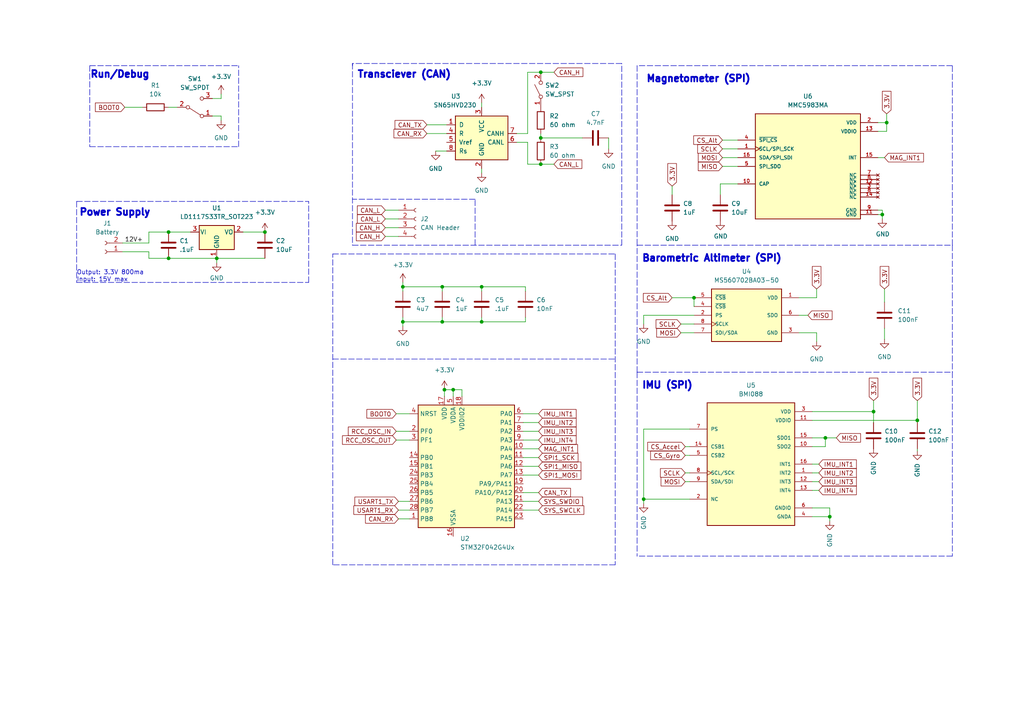
<source format=kicad_sch>
(kicad_sch (version 20211123) (generator eeschema)
  (paper "A4")
  (lib_symbols
    (symbol "BMI088:BMI088" (pin_names (offset 1.016))
      (property "Reference" "U" (at -12.7 18.415 0))
      (property "Value" "BMI088" (at -12.7 -20.32 0))
      (symbol "BMI088_0_0"
        (rectangle (start -12.7 -17.78) (end 12.7 17.78) (stroke (width 0.254)) (fill (type background)))
        (pin bidirectional line (at 17.78 -2.54 180) (length 5.08) (name "INT2") (number "1"))
        (pin output line (at 17.78 5.08 180) (length 5.08) (name "SDO2") (number "10"))
        (pin power_in line (at 17.78 12.7 180) (length 5.08) (name "VDDIO") (number "11"))
        (pin bidirectional line (at 17.78 -5.08 180) (length 5.08) (name "INT3") (number "12"))
        (pin bidirectional line (at 17.78 -7.62 180) (length 5.08) (name "INT4") (number "13"))
        (pin input line (at -17.78 5.08 0) (length 5.08) (name "CSB1") (number "14"))
        (pin output line (at 17.78 7.62 180) (length 5.08) (name "SDO1") (number "15"))
        (pin bidirectional line (at 17.78 0 180) (length 5.08) (name "INT1") (number "16"))
        (pin passive line (at -17.78 -10.16 0) (length 5.08) (name "NC") (number "2"))
        (pin power_in line (at 17.78 15.24 180) (length 5.08) (name "VDD") (number "3"))
        (pin power_in line (at 17.78 -15.24 180) (length 5.08) (name "GNDA") (number "4"))
        (pin input line (at -17.78 2.54 0) (length 5.08) (name "CSB2") (number "5"))
        (pin power_in line (at 17.78 -12.7 180) (length 5.08) (name "GNDIO") (number "6"))
        (pin input line (at -17.78 10.16 0) (length 5.08) (name "PS") (number "7"))
        (pin input clock (at -17.78 -2.54 0) (length 5.08) (name "SCL/SCK") (number "8"))
        (pin bidirectional line (at -17.78 -5.08 0) (length 5.08) (name "SDA/SDI") (number "9"))
      )
    )
    (symbol "Connector:Conn_01x02_Female" (pin_names (offset 1.016) hide)
      (property "Reference" "J" (at 0 2.54 0))
      (property "Value" "Conn_01x02_Female" (at 0 -5.08 0))
      (symbol "Conn_01x02_Female_1_1"
        (arc (start 0 -2.032) (mid -0.508 -2.54) (end 0 -3.048) (stroke (width 0.1524)))
        (polyline (pts (xy -1.27 -2.54) (xy -0.508 -2.54)) (stroke (width 0.1524)))
        (polyline (pts (xy -1.27 0) (xy -0.508 0)) (stroke (width 0.1524)))
        (arc (start 0 0.508) (mid -0.508 0) (end 0 -0.508) (stroke (width 0.1524)))
        (pin passive line (at -5.08 0 0) (length 3.81) (name "Pin_1") (number "1"))
        (pin passive line (at -5.08 -2.54 0) (length 3.81) (name "Pin_2") (number "2"))
      )
    )
    (symbol "Connector:Conn_01x04_Female" (pin_names (offset 1.016) hide)
      (property "Reference" "J" (at 0 5.08 0))
      (property "Value" "Conn_01x04_Female" (at 0 -7.62 0))
      (symbol "Conn_01x04_Female_1_1"
        (arc (start 0 -4.572) (mid -0.508 -5.08) (end 0 -5.588) (stroke (width 0.1524)))
        (arc (start 0 -2.032) (mid -0.508 -2.54) (end 0 -3.048) (stroke (width 0.1524)))
        (polyline (pts (xy -1.27 -5.08) (xy -0.508 -5.08)) (stroke (width 0.1524)))
        (polyline (pts (xy -1.27 -2.54) (xy -0.508 -2.54)) (stroke (width 0.1524)))
        (polyline (pts (xy -1.27 0) (xy -0.508 0)) (stroke (width 0.1524)))
        (polyline (pts (xy -1.27 2.54) (xy -0.508 2.54)) (stroke (width 0.1524)))
        (arc (start 0 0.508) (mid -0.508 0) (end 0 -0.508) (stroke (width 0.1524)))
        (arc (start 0 3.048) (mid -0.508 2.54) (end 0 2.032) (stroke (width 0.1524)))
        (pin passive line (at -5.08 2.54 0) (length 3.81) (name "Pin_1") (number "1"))
        (pin passive line (at -5.08 0 0) (length 3.81) (name "Pin_2") (number "2"))
        (pin passive line (at -5.08 -2.54 0) (length 3.81) (name "Pin_3") (number "3"))
        (pin passive line (at -5.08 -5.08 0) (length 3.81) (name "Pin_4") (number "4"))
      )
    )
    (symbol "Device:C" (pin_numbers hide) (pin_names (offset 0.254))
      (property "Reference" "C" (at 0.635 2.54 0))
      (property "Value" "C" (at 0.635 -2.54 0))
      (symbol "C_0_1"
        (polyline (pts (xy -2.032 -0.762) (xy 2.032 -0.762)) (stroke (width 0.508)))
        (polyline (pts (xy -2.032 0.762) (xy 2.032 0.762)) (stroke (width 0.508)))
      )
      (symbol "C_1_1"
        (pin passive line (at 0 3.81 270) (length 2.794) (name "~") (number "1"))
        (pin passive line (at 0 -3.81 90) (length 2.794) (name "~") (number "2"))
      )
    )
    (symbol "Device:R" (pin_numbers hide) (pin_names (offset 0))
      (property "Reference" "R" (at 2.032 0 90))
      (property "Value" "R" (at 0 0 90))
      (symbol "R_0_1"
        (rectangle (start -1.016 -2.54) (end 1.016 2.54) (stroke (width 0.254)))
      )
      (symbol "R_1_1"
        (pin passive line (at 0 3.81 270) (length 1.27) (name "~") (number "1"))
        (pin passive line (at 0 -3.81 90) (length 1.27) (name "~") (number "2"))
      )
    )
    (symbol "Interface_CAN_LIN:SN65HVD230" (pin_names (offset 1.016))
      (property "Reference" "U" (at -2.54 10.16 0))
      (property "Value" "SN65HVD230" (at -2.54 7.62 0))
      (symbol "SN65HVD230_0_1"
        (rectangle (start -7.62 5.08) (end 7.62 -7.62) (stroke (width 0.254)) (fill (type background)))
      )
      (symbol "SN65HVD230_1_1"
        (pin input line (at -10.16 2.54 0) (length 2.54) (name "D") (number "1"))
        (pin power_in line (at 0 -10.16 90) (length 2.54) (name "GND") (number "2"))
        (pin power_in line (at 0 7.62 270) (length 2.54) (name "VCC") (number "3"))
        (pin output line (at -10.16 0 0) (length 2.54) (name "R") (number "4"))
        (pin output line (at -10.16 -2.54 0) (length 2.54) (name "Vref") (number "5"))
        (pin bidirectional line (at 10.16 -2.54 180) (length 2.54) (name "CANL") (number "6"))
        (pin bidirectional line (at 10.16 0 180) (length 2.54) (name "CANH") (number "7"))
        (pin input line (at -10.16 -5.08 0) (length 2.54) (name "Rs") (number "8"))
      )
    )
    (symbol "MCU_ST_STM32F0:STM32F042G4Ux"
      (property "Reference" "U" (at -15.24 19.05 0))
      (property "Value" "STM32F042G4Ux" (at 0 19.05 0))
      (symbol "STM32F042G4Ux_0_1"
        (rectangle (start -15.24 -17.78) (end 12.7 17.78) (stroke (width 0.254)) (fill (type background)))
      )
      (symbol "STM32F042G4Ux_1_1"
        (pin bidirectional line (at -17.78 -15.24 0) (length 2.54) (name "PB8") (number "1"))
        (pin bidirectional line (at 15.24 5.08 180) (length 2.54) (name "PA4") (number "10"))
        (pin bidirectional line (at 15.24 2.54 180) (length 2.54) (name "PA5") (number "11"))
        (pin bidirectional line (at 15.24 0 180) (length 2.54) (name "PA6") (number "12"))
        (pin bidirectional line (at 15.24 -2.54 180) (length 2.54) (name "PA7") (number "13"))
        (pin bidirectional line (at -17.78 2.54 0) (length 2.54) (name "PB0") (number "14"))
        (pin bidirectional line (at -17.78 0 0) (length 2.54) (name "PB1") (number "15"))
        (pin power_in line (at -5.08 -20.32 90) (length 2.54) (name "VSSA") (number "16"))
        (pin power_in line (at -7.62 20.32 270) (length 2.54) (name "VDD") (number "17"))
        (pin power_in line (at -2.54 20.32 270) (length 2.54) (name "VDDIO2") (number "18"))
        (pin bidirectional line (at 15.24 -5.08 180) (length 2.54) (name "PA9/PA11") (number "19"))
        (pin input line (at -17.78 10.16 0) (length 2.54) (name "PF0") (number "2"))
        (pin bidirectional line (at 15.24 -7.62 180) (length 2.54) (name "PA10/PA12") (number "20"))
        (pin bidirectional line (at 15.24 -10.16 180) (length 2.54) (name "PA13") (number "21"))
        (pin bidirectional line (at 15.24 -12.7 180) (length 2.54) (name "PA14") (number "22"))
        (pin bidirectional line (at 15.24 -15.24 180) (length 2.54) (name "PA15") (number "23"))
        (pin bidirectional line (at -17.78 -2.54 0) (length 2.54) (name "PB3") (number "24"))
        (pin bidirectional line (at -17.78 -5.08 0) (length 2.54) (name "PB4") (number "25"))
        (pin bidirectional line (at -17.78 -7.62 0) (length 2.54) (name "PB5") (number "26"))
        (pin bidirectional line (at -17.78 -10.16 0) (length 2.54) (name "PB6") (number "27"))
        (pin bidirectional line (at -17.78 -12.7 0) (length 2.54) (name "PB7") (number "28"))
        (pin input line (at -17.78 7.62 0) (length 2.54) (name "PF1") (number "3"))
        (pin input line (at -17.78 15.24 0) (length 2.54) (name "NRST") (number "4"))
        (pin power_in line (at -5.08 20.32 270) (length 2.54) (name "VDDA") (number "5"))
        (pin bidirectional line (at 15.24 15.24 180) (length 2.54) (name "PA0") (number "6"))
        (pin bidirectional line (at 15.24 12.7 180) (length 2.54) (name "PA1") (number "7"))
        (pin bidirectional line (at 15.24 10.16 180) (length 2.54) (name "PA2") (number "8"))
        (pin bidirectional line (at 15.24 7.62 180) (length 2.54) (name "PA3") (number "9"))
      )
    )
    (symbol "MMC5983MA:MMC5983MA" (pin_names (offset 1.016))
      (property "Reference" "U?" (at 0 20.32 0))
      (property "Value" "MMC5983MA" (at 0 17.78 0))
      (symbol "MMC5983MA_0_0"
        (rectangle (start -15.24 -15.24) (end 15.24 15.24) (stroke (width 0.254)) (fill (type background)))
        (pin input clock (at -20.32 5.08 0) (length 5.08) (name "SCL/SPI_SCK") (number "1"))
        (pin passive line (at -20.32 -5.08 0) (length 5.08) (name "CAP") (number "10"))
        (pin power_in line (at 20.32 -13.97 180) (length 5.08) (name "GND") (number "11"))
        (pin no_connect line (at 20.32 -5.08 180) (length 5.08) (name "NC") (number "12"))
        (pin power_in line (at 20.32 10.16 180) (length 5.08) (name "VDDIO") (number "13"))
        (pin no_connect line (at 20.32 -8.89 180) (length 5.08) (name "NC") (number "14"))
        (pin output line (at 20.32 2.54 180) (length 5.08) (name "INT") (number "15"))
        (pin bidirectional line (at -20.32 2.54 0) (length 5.08) (name "SDA/SPI_SDI") (number "16"))
        (pin power_in line (at 20.32 12.7 180) (length 5.08) (name "VDD") (number "2"))
        (pin no_connect line (at 20.32 -6.35 180) (length 5.08) (name "NC") (number "3"))
        (pin input line (at -20.32 7.62 0) (length 5.08) (name "~{SPI_CS}") (number "4"))
        (pin output line (at -20.32 0 0) (length 5.08) (name "SPI_SDO") (number "5"))
        (pin no_connect line (at 20.32 -3.81 180) (length 5.08) (name "NC") (number "6"))
        (pin no_connect line (at 20.32 -2.54 180) (length 5.08) (name "NC") (number "7"))
        (pin no_connect line (at 20.32 -7.62 180) (length 5.08) (name "NC") (number "8"))
        (pin power_in line (at 20.32 -12.7 180) (length 5.08) (name "GND") (number "9"))
      )
    )
    (symbol "MS5607-02BA03:MS560702BA03-50" (pin_names (offset 1.016))
      (property "Reference" "U?" (at 0 12.7 0))
      (property "Value" "MS560702BA03-50" (at 0 10.16 0))
      (symbol "MS560702BA03-50_0_0"
        (rectangle (start -10.16 -7.62) (end 10.16 7.62) (stroke (width 0.254)) (fill (type background)))
        (pin power_in line (at 15.24 5.08 180) (length 5.08) (name "VDD") (number "1"))
        (pin input line (at -15.24 0 0) (length 5.08) (name "PS") (number "2"))
        (pin power_in line (at 15.24 -5.08 180) (length 5.08) (name "GND") (number "3"))
        (pin input line (at -15.24 2.54 0) (length 5.08) (name "~{CSB}") (number "4"))
        (pin input line (at -15.24 5.08 0) (length 5.08) (name "~{CSB}") (number "5"))
        (pin output line (at 15.24 0 180) (length 5.08) (name "SDO") (number "6"))
        (pin bidirectional line (at -15.24 -5.08 0) (length 5.08) (name "SDI/SDA") (number "7"))
        (pin input clock (at -15.24 -2.54 0) (length 5.08) (name "SCLK") (number "8"))
      )
    )
    (symbol "Regulator_Linear:LD1117S33TR_SOT223" (pin_names (offset 0.254))
      (property "Reference" "U" (at -3.81 3.175 0))
      (property "Value" "LD1117S33TR_SOT223" (at 0 3.175 0))
      (symbol "LD1117S33TR_SOT223_0_1"
        (rectangle (start -5.08 -5.08) (end 5.08 1.905) (stroke (width 0.254)) (fill (type background)))
      )
      (symbol "LD1117S33TR_SOT223_1_1"
        (pin power_in line (at 0 -7.62 90) (length 2.54) (name "GND") (number "1"))
        (pin power_out line (at 7.62 0 180) (length 2.54) (name "VO") (number "2"))
        (pin power_in line (at -7.62 0 0) (length 2.54) (name "VI") (number "3"))
      )
    )
    (symbol "Switch:SW_SPDT" (pin_names (offset 0) hide)
      (property "Reference" "SW" (at 0 4.318 0))
      (property "Value" "SW_SPDT" (at 0 -5.08 0))
      (symbol "SW_SPDT_0_0"
        (circle (center -2.032 0) (radius 0.508))
        (circle (center 2.032 -2.54) (radius 0.508))
      )
      (symbol "SW_SPDT_0_1"
        (polyline (pts (xy -1.524 0.254) (xy 1.651 2.286)))
        (circle (center 2.032 2.54) (radius 0.508))
      )
      (symbol "SW_SPDT_1_1"
        (pin passive line (at 5.08 2.54 180) (length 2.54) (name "A") (number "1"))
        (pin passive line (at -5.08 0 0) (length 2.54) (name "B") (number "2"))
        (pin passive line (at 5.08 -2.54 180) (length 2.54) (name "C") (number "3"))
      )
    )
    (symbol "Switch:SW_SPST" (pin_names (offset 0) hide)
      (property "Reference" "SW" (at 0 3.175 0))
      (property "Value" "SW_SPST" (at 0 -2.54 0))
      (symbol "SW_SPST_0_0"
        (circle (center -2.032 0) (radius 0.508))
        (polyline (pts (xy -1.524 0.254) (xy 1.524 1.778)))
        (circle (center 2.032 0) (radius 0.508))
      )
      (symbol "SW_SPST_1_1"
        (pin passive line (at -5.08 0 0) (length 2.54) (name "A") (number "1"))
        (pin passive line (at 5.08 0 180) (length 2.54) (name "B") (number "2"))
      )
    )
    (symbol "power:+3.3V" (power) (pin_names (offset 0))
      (property "Value" "+3.3V" (at 0 3.556 0))
      (symbol "+3.3V_0_1"
        (polyline (pts (xy -0.762 1.27) (xy 0 2.54)))
        (polyline (pts (xy 0 0) (xy 0 2.54)))
        (polyline (pts (xy 0 2.54) (xy 0.762 1.27)))
      )
      (symbol "+3.3V_1_1"
        (pin power_in line (at 0 0 90) (length 0) hide (name "+3.3V") (number "1"))
      )
    )
    (symbol "power:GND" (power) (pin_names (offset 0))
      (property "Value" "GND" (at 0 -3.81 0))
      (symbol "GND_0_1"
        (polyline (pts (xy 0 0) (xy 0 -1.27) (xy 1.27 -1.27) (xy 0 -2.54) (xy -1.27 -1.27) (xy 0 -1.27)))
      )
      (symbol "GND_1_1"
        (pin power_in line (at 0 0 270) (length 0) hide (name "GND") (number "1"))
      )
    )
  )
  (junction (at 128.905 113.03))
  (junction (at 131.445 113.03))
  (junction (at 62.865 74.93))
  (junction (at 201.295 86.36))
  (junction (at 116.84 83.185))
  (junction (at 48.895 67.31))
  (junction (at 139.7 93.345))
  (junction (at 186.69 144.78))
  (junction (at 139.7 83.185))
  (junction (at 255.905 62.23))
  (junction (at 128.27 83.185))
  (junction (at 156.845 40.005))
  (junction (at 266.065 121.92))
  (junction (at 76.835 67.31))
  (junction (at 239.395 127))
  (junction (at 156.845 20.955))
  (junction (at 128.27 93.345))
  (junction (at 116.84 93.345))
  (junction (at 48.895 74.93))
  (junction (at 240.665 149.86))
  (junction (at 257.175 35.56))
  (junction (at 156.845 47.625))
  (junction (at 253.365 119.38))
  (wire (pts (xy 62.865 74.93) (xy 76.835 74.93)))
  (wire (pts (xy 153.035 47.625) (xy 156.845 47.625)))
  (polyline (pts (xy 102.235 18.415) (xy 102.235 19.05)))
  (wire (pts (xy 168.91 40.005) (xy 156.845 40.005)))
  (wire (pts (xy 153.035 41.275) (xy 153.035 47.625)))
  (wire (pts (xy 111.76 68.58) (xy 115.57 68.58)))
  (wire (pts (xy 116.84 83.185) (xy 128.27 83.185)))
  (wire (pts (xy 151.765 137.795) (xy 156.21 137.795)))
  (wire (pts (xy 176.53 43.18) (xy 176.53 40.005)))
  (wire (pts (xy 48.895 31.115) (xy 51.435 31.115)))
  (wire (pts (xy 156.845 20.955) (xy 160.655 20.955)))
  (wire (pts (xy 198.755 137.16) (xy 200.025 137.16)))
  (wire (pts (xy 156.21 122.555) (xy 151.765 122.555)))
  (wire (pts (xy 153.035 20.955) (xy 156.845 20.955)))
  (wire (pts (xy 266.065 130.175) (xy 266.065 130.81)))
  (wire (pts (xy 111.76 60.96) (xy 115.57 60.96)))
  (wire (pts (xy 128.27 92.075) (xy 128.27 93.345)))
  (polyline (pts (xy 184.785 107.95) (xy 184.785 71.12)))
  (wire (pts (xy 139.7 29.845) (xy 139.7 31.115)))
  (wire (pts (xy 198.755 132.08) (xy 200.025 132.08)))
  (wire (pts (xy 240.665 147.32) (xy 240.665 149.86)))
  (polyline (pts (xy 276.225 107.95) (xy 276.225 161.29)))
  (wire (pts (xy 266.065 116.205) (xy 266.065 121.92)))
  (wire (pts (xy 235.585 119.38) (xy 253.365 119.38)))
  (wire (pts (xy 201.295 86.36) (xy 194.945 86.36)))
  (polyline (pts (xy 180.34 18.415) (xy 102.235 18.415)))
  (wire (pts (xy 256.54 45.72) (xy 254.635 45.72)))
  (wire (pts (xy 131.445 114.935) (xy 131.445 113.03)))
  (polyline (pts (xy 26.035 19.05) (xy 69.215 19.05)))
  (polyline (pts (xy 184.785 107.95) (xy 276.225 107.95)))
  (wire (pts (xy 114.935 125.095) (xy 118.745 125.095)))
  (wire (pts (xy 235.585 137.16) (xy 237.49 137.16)))
  (wire (pts (xy 116.84 81.915) (xy 116.84 83.185)))
  (wire (pts (xy 198.755 129.54) (xy 200.025 129.54)))
  (wire (pts (xy 186.69 144.78) (xy 200.025 144.78)))
  (polyline (pts (xy 22.225 58.42) (xy 22.225 81.915)))
  (wire (pts (xy 115.57 147.955) (xy 118.745 147.955)))
  (wire (pts (xy 43.18 73.025) (xy 43.18 74.93)))
  (wire (pts (xy 152.4 92.075) (xy 152.4 93.345)))
  (wire (pts (xy 156.845 38.735) (xy 156.845 40.005)))
  (wire (pts (xy 64.135 27.305) (xy 64.135 28.575)))
  (wire (pts (xy 139.7 83.185) (xy 152.4 83.185)))
  (wire (pts (xy 231.775 86.36) (xy 236.855 86.36)))
  (wire (pts (xy 115.57 150.495) (xy 118.745 150.495)))
  (wire (pts (xy 231.775 96.52) (xy 236.855 96.52)))
  (wire (pts (xy 128.27 93.345) (xy 139.7 93.345)))
  (polyline (pts (xy 184.785 19.05) (xy 184.785 71.12)))
  (wire (pts (xy 55.245 67.31) (xy 48.895 67.31)))
  (wire (pts (xy 151.765 130.175) (xy 156.21 130.175)))
  (wire (pts (xy 133.985 113.03) (xy 131.445 113.03)))
  (wire (pts (xy 253.365 116.205) (xy 253.365 119.38)))
  (wire (pts (xy 186.69 91.44) (xy 201.295 91.44)))
  (wire (pts (xy 254.635 60.96) (xy 255.905 60.96)))
  (wire (pts (xy 253.365 122.555) (xy 253.365 119.38)))
  (wire (pts (xy 123.825 38.735) (xy 129.54 38.735)))
  (polyline (pts (xy 69.215 42.545) (xy 69.215 19.05)))
  (wire (pts (xy 235.585 149.86) (xy 240.665 149.86)))
  (wire (pts (xy 149.86 38.735) (xy 153.035 38.735)))
  (polyline (pts (xy 22.225 58.42) (xy 89.535 58.42)))
  (wire (pts (xy 209.55 40.64) (xy 213.995 40.64)))
  (wire (pts (xy 186.69 91.44) (xy 186.69 93.98)))
  (polyline (pts (xy 22.225 81.915) (xy 89.535 81.915)))
  (wire (pts (xy 186.69 146.05) (xy 186.69 144.78)))
  (wire (pts (xy 200.025 124.46) (xy 186.69 124.46)))
  (wire (pts (xy 151.765 145.415) (xy 156.21 145.415)))
  (polyline (pts (xy 137.795 57.785) (xy 102.235 57.785)))
  (wire (pts (xy 266.065 121.92) (xy 266.065 122.555)))
  (wire (pts (xy 43.18 67.31) (xy 48.895 67.31)))
  (wire (pts (xy 111.76 66.04) (xy 115.57 66.04)))
  (wire (pts (xy 139.7 93.345) (xy 152.4 93.345)))
  (wire (pts (xy 239.395 127) (xy 242.57 127)))
  (wire (pts (xy 156.21 120.015) (xy 151.765 120.015)))
  (polyline (pts (xy 89.535 81.915) (xy 89.535 58.42)))
  (polyline (pts (xy 102.235 18.415) (xy 102.235 71.12)))
  (wire (pts (xy 36.195 31.115) (xy 41.275 31.115)))
  (wire (pts (xy 235.585 129.54) (xy 239.395 129.54)))
  (wire (pts (xy 197.485 96.52) (xy 201.295 96.52)))
  (wire (pts (xy 156.21 125.095) (xy 151.765 125.095)))
  (wire (pts (xy 133.985 114.935) (xy 133.985 113.03)))
  (wire (pts (xy 116.84 93.345) (xy 128.27 93.345)))
  (polyline (pts (xy 137.795 71.12) (xy 137.795 57.785)))
  (wire (pts (xy 114.935 127.635) (xy 118.745 127.635)))
  (polyline (pts (xy 184.785 71.12) (xy 276.225 71.12)))
  (wire (pts (xy 234.315 91.44) (xy 231.775 91.44)))
  (wire (pts (xy 197.485 93.98) (xy 201.295 93.98)))
  (wire (pts (xy 156.21 127.635) (xy 151.765 127.635)))
  (wire (pts (xy 235.585 121.92) (xy 266.065 121.92)))
  (wire (pts (xy 126.365 43.815) (xy 129.54 43.815)))
  (wire (pts (xy 35.56 70.485) (xy 43.18 70.485)))
  (wire (pts (xy 235.585 139.7) (xy 237.49 139.7)))
  (wire (pts (xy 213.995 53.34) (xy 208.915 53.34)))
  (wire (pts (xy 151.765 135.255) (xy 156.21 135.255)))
  (wire (pts (xy 111.76 63.5) (xy 115.57 63.5)))
  (polyline (pts (xy 178.435 73.66) (xy 178.435 163.83)))
  (polyline (pts (xy 180.34 71.12) (xy 180.34 18.415)))
  (wire (pts (xy 256.54 95.25) (xy 256.54 98.425)))
  (wire (pts (xy 255.905 62.23) (xy 255.905 63.5)))
  (polyline (pts (xy 276.225 71.12) (xy 276.225 19.05)))
  (wire (pts (xy 131.445 113.03) (xy 128.905 113.03)))
  (wire (pts (xy 114.935 120.015) (xy 118.745 120.015)))
  (polyline (pts (xy 184.785 107.95) (xy 184.785 161.29)))
  (polyline (pts (xy 96.52 104.14) (xy 178.435 104.14)))
  (wire (pts (xy 151.765 132.715) (xy 156.21 132.715)))
  (wire (pts (xy 240.665 149.86) (xy 240.665 151.13)))
  (polyline (pts (xy 276.225 19.05) (xy 184.785 19.05)))
  (wire (pts (xy 156.845 47.625) (xy 160.655 47.625)))
  (polyline (pts (xy 102.235 71.12) (xy 180.34 71.12)))
  (wire (pts (xy 153.035 20.955) (xy 153.035 38.735)))
  (wire (pts (xy 70.485 67.31) (xy 76.835 67.31)))
  (wire (pts (xy 116.84 94.615) (xy 116.84 93.345)))
  (wire (pts (xy 198.755 139.7) (xy 200.025 139.7)))
  (wire (pts (xy 235.585 147.32) (xy 240.665 147.32)))
  (wire (pts (xy 254.635 62.23) (xy 255.905 62.23)))
  (wire (pts (xy 208.915 53.34) (xy 208.915 56.515)))
  (wire (pts (xy 236.855 83.82) (xy 236.855 86.36)))
  (wire (pts (xy 139.7 50.165) (xy 139.7 48.895)))
  (wire (pts (xy 116.84 84.455) (xy 116.84 83.185)))
  (wire (pts (xy 151.765 142.875) (xy 156.21 142.875)))
  (wire (pts (xy 139.7 92.075) (xy 139.7 93.345)))
  (wire (pts (xy 115.57 145.415) (xy 118.745 145.415)))
  (wire (pts (xy 235.585 127) (xy 239.395 127)))
  (wire (pts (xy 62.865 76.2) (xy 62.865 74.93)))
  (wire (pts (xy 128.905 113.03) (xy 128.905 114.935)))
  (wire (pts (xy 43.18 70.485) (xy 43.18 67.31)))
  (wire (pts (xy 209.55 45.72) (xy 213.995 45.72)))
  (polyline (pts (xy 26.035 42.545) (xy 69.215 42.545)))
  (polyline (pts (xy 276.225 71.12) (xy 276.225 107.95)))
  (wire (pts (xy 209.55 43.18) (xy 213.995 43.18)))
  (wire (pts (xy 139.7 83.185) (xy 139.7 84.455)))
  (polyline (pts (xy 26.035 19.05) (xy 26.035 42.545)))
  (wire (pts (xy 239.395 127) (xy 239.395 129.54)))
  (wire (pts (xy 194.945 53.975) (xy 194.945 56.515)))
  (wire (pts (xy 151.765 147.955) (xy 156.21 147.955)))
  (wire (pts (xy 254.635 35.56) (xy 257.175 35.56)))
  (wire (pts (xy 128.27 83.185) (xy 139.7 83.185)))
  (wire (pts (xy 61.595 33.655) (xy 64.135 33.655)))
  (wire (pts (xy 236.855 96.52) (xy 236.855 99.06)))
  (wire (pts (xy 235.585 134.62) (xy 237.49 134.62)))
  (wire (pts (xy 254.635 38.1) (xy 257.175 38.1)))
  (wire (pts (xy 256.54 83.82) (xy 256.54 87.63)))
  (wire (pts (xy 235.585 142.24) (xy 237.49 142.24)))
  (wire (pts (xy 257.175 35.56) (xy 257.175 38.1)))
  (wire (pts (xy 201.295 86.36) (xy 201.295 88.9)))
  (wire (pts (xy 43.18 74.93) (xy 48.895 74.93)))
  (polyline (pts (xy 276.225 161.29) (xy 184.785 161.29)))
  (wire (pts (xy 257.175 33.02) (xy 257.175 35.56)))
  (wire (pts (xy 152.4 83.185) (xy 152.4 84.455)))
  (wire (pts (xy 123.825 36.195) (xy 129.54 36.195)))
  (polyline (pts (xy 178.435 163.83) (xy 96.52 163.83)))
  (wire (pts (xy 64.135 33.655) (xy 64.135 34.925)))
  (wire (pts (xy 35.56 73.025) (xy 43.18 73.025)))
  (wire (pts (xy 48.895 74.93) (xy 62.865 74.93)))
  (wire (pts (xy 128.27 83.185) (xy 128.27 84.455)))
  (wire (pts (xy 64.135 28.575) (xy 61.595 28.575)))
  (wire (pts (xy 209.55 48.26) (xy 213.995 48.26)))
  (polyline (pts (xy 96.52 73.66) (xy 178.435 73.66)))
  (wire (pts (xy 255.905 60.96) (xy 255.905 62.23)))
  (wire (pts (xy 149.86 41.275) (xy 153.035 41.275)))
  (polyline (pts (xy 96.52 163.83) (xy 96.52 73.66)))
  (wire (pts (xy 186.69 124.46) (xy 186.69 144.78)))
  (wire (pts (xy 116.84 92.075) (xy 116.84 93.345)))
  (text "Output: 3.3V 800ma \nInput: 15V max\n" (at 22.225 81.915 0) (effects (font (size 1.27 1.27)) (justify left bottom)))
  (text "Magnetometer (SPI)\n" (at 187.325 24.13 0) (effects (font (size 2 2) (thickness 0.6) bold) (justify left bottom)))
  (text "Run/Debug\n" (at 26.035 22.86 0) (effects (font (size 2 2) (thickness 0.6) bold) (justify left bottom)))
  (text "Power Supply" (at 22.86 62.865 0) (effects (font (size 2 2) (thickness 0.6) bold) (justify left bottom)))
  (text "Transciever (CAN)\n" (at 103.505 22.86 0) (effects (font (size 2 2) (thickness 0.6) bold) (justify left bottom)))
  (text "Barometric Altimeter (SPI)\n" (at 186.055 76.2 0) (effects (font (size 2 2) (thickness 0.6) bold) (justify left bottom)))
  (text "IMU (SPI)\n" (at 186.055 113.03 0) (effects (font (size 2 2) (thickness 0.6) bold) (justify left bottom)))
  (label "12V+" (at 36.195 70.485 0))
  (global_label "MISO" (shape input) (at 234.315 91.44 0) (property "Intersheet References" "${INTERSHEET_REFS}" (effects hide)))
  (global_label "IMU_INT4" (shape input) (at 237.49 142.24 0) (property "Intersheet References" "${INTERSHEET_REFS}" (effects hide)))
  (global_label "SPI1_MOSI" (shape input) (at 156.21 137.795 0) (property "Intersheet References" "${INTERSHEET_REFS}" (effects hide)))
  (global_label "USART1_TX" (shape input) (at 115.57 145.415 180) (property "Intersheet References" "${INTERSHEET_REFS}" (effects hide)))
  (global_label "SCLK" (shape input) (at 197.485 93.98 180) (property "Intersheet References" "${INTERSHEET_REFS}" (effects hide)))
  (global_label "IMU_INT3" (shape input) (at 237.49 139.7 0) (property "Intersheet References" "${INTERSHEET_REFS}" (effects hide)))
  (global_label "3.3V" (shape input) (at 256.54 83.82 90) (property "Intersheet References" "${INTERSHEET_REFS}" (effects hide)))
  (global_label "3.3V" (shape input) (at 266.065 116.205 90) (property "Intersheet References" "${INTERSHEET_REFS}" (effects hide)))
  (global_label "CAN_H" (shape input) (at 111.76 66.04 180) (property "Intersheet References" "${INTERSHEET_REFS}" (effects hide)))
  (global_label "SCLK" (shape input) (at 209.55 43.18 180) (property "Intersheet References" "${INTERSHEET_REFS}" (effects hide)))
  (global_label "SYS_SWDIO" (shape input) (at 156.21 145.415 0) (property "Intersheet References" "${INTERSHEET_REFS}" (effects hide)))
  (global_label "IMU_INT2" (shape input) (at 156.21 122.555 0) (property "Intersheet References" "${INTERSHEET_REFS}" (effects hide)))
  (global_label "MAG_INT1" (shape input) (at 156.21 130.175 0) (property "Intersheet References" "${INTERSHEET_REFS}" (effects hide)))
  (global_label "IMU_INT3" (shape input) (at 156.21 125.095 0) (property "Intersheet References" "${INTERSHEET_REFS}" (effects hide)))
  (global_label "RCC_OSC_OUT" (shape input) (at 114.935 127.635 180) (property "Intersheet References" "${INTERSHEET_REFS}" (effects hide)))
  (global_label "MOSI" (shape input) (at 209.55 45.72 180) (property "Intersheet References" "${INTERSHEET_REFS}" (effects hide)))
  (global_label "MISO" (shape input) (at 209.55 48.26 180) (property "Intersheet References" "${INTERSHEET_REFS}" (effects hide)))
  (global_label "IMU_INT2" (shape input) (at 237.49 137.16 0) (property "Intersheet References" "${INTERSHEET_REFS}" (effects hide)))
  (global_label "IMU_INT1" (shape input) (at 237.49 134.62 0) (property "Intersheet References" "${INTERSHEET_REFS}" (effects hide)))
  (global_label "CAN_L" (shape input) (at 160.655 47.625 0) (property "Intersheet References" "${INTERSHEET_REFS}" (effects hide)))
  (global_label "CAN_RX" (shape input) (at 115.57 150.495 180) (property "Intersheet References" "${INTERSHEET_REFS}" (effects hide)))
  (global_label "CAN_L" (shape input) (at 111.76 63.5 180) (property "Intersheet References" "${INTERSHEET_REFS}" (effects hide)))
  (global_label "CAN_RX" (shape input) (at 123.825 38.735 180) (property "Intersheet References" "${INTERSHEET_REFS}" (effects hide)))
  (global_label "IMU_INT1" (shape input) (at 156.21 120.015 0) (property "Intersheet References" "${INTERSHEET_REFS}" (effects hide)))
  (global_label "SPI1_MISO" (shape input) (at 156.21 135.255 0) (property "Intersheet References" "${INTERSHEET_REFS}" (effects hide)))
  (global_label "CS_Gyro" (shape input) (at 198.755 132.08 180) (property "Intersheet References" "${INTERSHEET_REFS}" (effects hide)))
  (global_label "3.3V" (shape input) (at 253.365 116.205 90) (property "Intersheet References" "${INTERSHEET_REFS}" (effects hide)))
  (global_label "CAN_H" (shape input) (at 160.655 20.955 0) (property "Intersheet References" "${INTERSHEET_REFS}" (effects hide)))
  (global_label "CAN_TX" (shape input) (at 123.825 36.195 180) (property "Intersheet References" "${INTERSHEET_REFS}" (effects hide)))
  (global_label "CAN_L" (shape input) (at 111.76 60.96 180) (property "Intersheet References" "${INTERSHEET_REFS}" (effects hide)))
  (global_label "CS_Alt" (shape input) (at 194.945 86.36 180) (property "Intersheet References" "${INTERSHEET_REFS}" (effects hide)))
  (global_label "RCC_OSC_IN" (shape input) (at 114.935 125.095 180) (property "Intersheet References" "${INTERSHEET_REFS}" (effects hide)))
  (global_label "MOSI" (shape input) (at 197.485 96.52 180) (property "Intersheet References" "${INTERSHEET_REFS}" (effects hide)))
  (global_label "3.3V" (shape input) (at 236.855 83.82 90) (property "Intersheet References" "${INTERSHEET_REFS}" (effects hide)))
  (global_label "3.3V" (shape input) (at 257.175 33.02 90) (property "Intersheet References" "${INTERSHEET_REFS}" (effects hide)))
  (global_label "BOOT0" (shape input) (at 36.195 31.115 180) (property "Intersheet References" "${INTERSHEET_REFS}" (effects hide)))
  (global_label "MAG_INT1" (shape input) (at 256.54 45.72 0) (property "Intersheet References" "${INTERSHEET_REFS}" (effects hide)))
  (global_label "SCLK" (shape input) (at 198.755 137.16 180) (property "Intersheet References" "${INTERSHEET_REFS}" (effects hide)))
  (global_label "CAN_H" (shape input) (at 111.76 68.58 180) (property "Intersheet References" "${INTERSHEET_REFS}" (effects hide)))
  (global_label "USART1_RX" (shape input) (at 115.57 147.955 180) (property "Intersheet References" "${INTERSHEET_REFS}" (effects hide)))
  (global_label "SPI1_SCK" (shape input) (at 156.21 132.715 0) (property "Intersheet References" "${INTERSHEET_REFS}" (effects hide)))
  (global_label "CS_Accel" (shape input) (at 198.755 129.54 180) (property "Intersheet References" "${INTERSHEET_REFS}" (effects hide)))
  (global_label "MISO" (shape input) (at 242.57 127 0) (property "Intersheet References" "${INTERSHEET_REFS}" (effects hide)))
  (global_label "MOSI" (shape input) (at 198.755 139.7 180) (property "Intersheet References" "${INTERSHEET_REFS}" (effects hide)))
  (global_label "IMU_INT4" (shape input) (at 156.21 127.635 0) (property "Intersheet References" "${INTERSHEET_REFS}" (effects hide)))
  (global_label "BOOT0" (shape input) (at 114.935 120.015 180) (property "Intersheet References" "${INTERSHEET_REFS}" (effects hide)))
  (global_label "SYS_SWCLK" (shape input) (at 156.21 147.955 0) (property "Intersheet References" "${INTERSHEET_REFS}" (effects hide)))
  (global_label "CAN_TX" (shape input) (at 156.21 142.875 0) (property "Intersheet References" "${INTERSHEET_REFS}" (effects hide)))
  (global_label "CS_Alt" (shape input) (at 209.55 40.64 180) (property "Intersheet References" "${INTERSHEET_REFS}" (effects hide)))
  (global_label "3.3V" (shape input) (at 194.945 53.975 90) (property "Intersheet References" "${INTERSHEET_REFS}" (effects hide)))
  (symbol (lib_id "power:GND") (at 256.54 98.425 0) (unit 1)
    (property "Reference" "#PWR020" (effects hide))
    (property "Value" "GND" (at 256.54 103.505 0))
  )
  (symbol (lib_id "power:GND") (at 240.665 151.13 0) (unit 1)
    (property "Reference" "#PWR017" (effects hide))
    (property "Value" "GND" (at 240.665 158.75 90) (effects (justify left)))
  )
  (symbol (lib_id "power:+3.3V") (at 139.7 29.845 0) (unit 1)
    (property "Reference" "#PWR09" (effects hide))
    (property "Value" "+3.3V" (at 139.7 24.13 0))
  )
  (symbol (lib_id "Regulator_Linear:LD1117S33TR_SOT223") (at 62.865 67.31 0) (unit 1)
    (property "Reference" "U1" (at 62.865 60.325 0))
    (property "Value" "LD1117S33TR_SOT223" (at 62.865 62.865 0))
    (property "Footprint" "Package_TO_SOT_SMD:SOT-223-3_TabPin2" (effects hide))
    (property "Datasheet" "http://www.st.com/st-web-ui/static/active/en/resource/technical/document/datasheet/CD00000544.pdf" (effects hide))
  )
  (symbol (lib_id "power:GND") (at 186.69 93.98 0) (unit 1)
    (property "Reference" "#PWR012" (effects hide))
    (property "Value" "GND" (at 186.69 99.06 0))
  )
  (symbol (lib_id "Device:C") (at 194.945 60.325 0) (unit 1)
    (property "Reference" "C8" (at 198.12 59.0549 0) (effects (justify left)))
    (property "Value" "1uF" (at 198.12 61.5949 0) (effects (justify left)))
    (property "Footprint" "Capacitor_SMD:C_0402_1005Metric" (effects hide))
  )
  (symbol (lib_id "Device:C") (at 128.27 88.265 0) (unit 1)
    (property "Reference" "C4" (at 132.08 86.9949 0) (effects (justify left)))
    (property "Value" "1uF" (at 132.08 89.5349 0) (effects (justify left)))
    (property "Footprint" "Capacitor_SMD:C_0402_1005Metric" (effects hide))
  )
  (symbol (lib_id "power:GND") (at 126.365 43.815 0) (unit 1)
    (property "Reference" "#PWR07" (effects hide))
    (property "Value" "GND" (at 126.365 48.895 0))
  )
  (symbol (lib_id "power:+3.3V") (at 116.84 81.915 0) (unit 1)
    (property "Reference" "#PWR05" (effects hide))
    (property "Value" "+3.3V" (at 116.84 76.835 0))
  )
  (symbol (lib_id "Device:C") (at 172.72 40.005 90) (unit 1)
    (property "Reference" "C7" (at 172.72 33.02 90))
    (property "Value" "4.7nF" (at 172.72 35.56 90))
    (property "Footprint" "Capacitor_SMD:C_0402_1005Metric" (effects hide))
  )
  (symbol (lib_id "Device:R") (at 156.845 34.925 0) (unit 1)
    (property "Reference" "R2" (at 159.385 33.6549 0) (effects (justify left)))
    (property "Value" "60 ohm" (at 159.385 36.1949 0) (effects (justify left)))
    (property "Footprint" "Resistor_SMD:R_0805_2012Metric" (effects hide))
  )
  (symbol (lib_id "power:GND") (at 116.84 94.615 0) (unit 1)
    (property "Reference" "#PWR06" (effects hide))
    (property "Value" "GND" (at 116.84 99.695 0))
  )
  (symbol (lib_id "Device:C") (at 256.54 91.44 0) (unit 1)
    (property "Reference" "C11" (at 260.35 90.1699 0) (effects (justify left)))
    (property "Value" "100nF" (at 260.35 92.7099 0) (effects (justify left)))
    (property "Footprint" "Capacitor_SMD:C_0402_1005Metric" (effects hide))
  )
  (symbol (lib_id "power:GND") (at 186.69 146.05 0) (unit 1)
    (property "Reference" "#PWR013" (effects hide))
    (property "Value" "GND" (at 186.69 153.67 90) (effects (justify left)))
  )
  (symbol (lib_id "Device:R") (at 45.085 31.115 90) (unit 1)
    (property "Reference" "R1" (at 45.085 24.765 90))
    (property "Value" "10k" (at 45.085 27.305 90))
    (property "Footprint" "Resistor_SMD:R_0402_1005Metric" (effects hide))
  )
  (symbol (lib_id "power:GND") (at 62.865 76.2 0) (unit 1)
    (property "Reference" "#PWR01" (effects hide))
    (property "Value" "GND" (at 62.865 80.645 0))
  )
  (symbol (lib_id "Device:C") (at 116.84 88.265 0) (unit 1)
    (property "Reference" "C3" (at 120.65 86.9949 0) (effects (justify left)))
    (property "Value" "4u7" (at 120.65 89.5349 0) (effects (justify left)))
    (property "Footprint" "Capacitor_SMD:C_0402_1005Metric" (effects hide))
  )
  (symbol (lib_id "power:+3.3V") (at 128.905 113.03 0) (unit 1)
    (property "Reference" "#PWR08" (effects hide))
    (property "Value" "+3.3V" (at 128.905 107.315 0))
  )
  (symbol (lib_id "power:GND") (at 208.915 64.135 0) (unit 1)
    (property "Reference" "#PWR015" (effects hide))
    (property "Value" "GND" (at 209.042 68.5292 0))
  )
  (symbol (lib_id "Device:C") (at 76.835 71.12 0) (unit 1)
    (property "Reference" "C2" (at 80.01 69.8499 0) (effects (justify left)))
    (property "Value" "10uF" (at 80.01 72.3899 0) (effects (justify left)))
    (property "Footprint" "Capacitor_SMD:C_0603_1608Metric" (effects hide))
  )
  (symbol (lib_id "Device:R") (at 156.845 43.815 0) (unit 1)
    (property "Reference" "R3" (at 159.385 42.5449 0) (effects (justify left)))
    (property "Value" "60 ohm" (at 159.385 45.0849 0) (effects (justify left)))
    (property "Footprint" "Resistor_SMD:R_0805_2012Metric" (effects hide))
  )
  (symbol (lib_id "MCU_ST_STM32F0:STM32F042G4Ux") (at 136.525 135.255 0) (unit 1)
    (property "Reference" "U2" (at 133.4644 156.21 0) (effects (justify left)))
    (property "Value" "STM32F042G4Ux" (at 133.4644 158.75 0) (effects (justify left)))
    (property "Footprint" "Package_DFN_QFN:QFN-28_4x4mm_P0.5mm" (effects hide))
    (property "Datasheet" "http://www.st.com/st-web-ui/static/active/en/resource/technical/document/datasheet/DM00105814.pdf" (effects hide))
  )
  (symbol (lib_id "Device:C") (at 139.7 88.265 0) (unit 1)
    (property "Reference" "C5" (at 143.51 86.9949 0) (effects (justify left)))
    (property "Value" ".1uF" (at 143.51 89.5349 0) (effects (justify left)))
    (property "Footprint" "Capacitor_SMD:C_0402_1005Metric" (effects hide))
  )
  (symbol (lib_id "Device:C") (at 208.915 60.325 0) (unit 1)
    (property "Reference" "C9" (at 212.09 59.0549 0) (effects (justify left)))
    (property "Value" "10uF" (at 212.09 61.5949 0) (effects (justify left)))
    (property "Footprint" "Capacitor_SMD:C_0402_1005Metric" (effects hide))
  )
  (symbol (lib_id "Device:C") (at 48.895 71.12 0) (unit 1)
    (property "Reference" "C1" (at 52.07 69.8499 0) (effects (justify left)))
    (property "Value" ".1uF" (at 52.07 72.3899 0) (effects (justify left)))
    (property "Footprint" "Capacitor_SMD:C_0402_1005Metric" (effects hide))
  )
  (symbol (lib_id "power:+3.3V") (at 76.835 67.31 0) (unit 1)
    (property "Reference" "#PWR04" (effects hide))
    (property "Value" "+3.3V" (at 76.835 61.595 0))
  )
  (symbol (lib_id "power:GND") (at 255.905 63.5 0) (unit 1)
    (property "Reference" "#PWR019" (effects hide))
    (property "Value" "GND" (at 256.032 67.8942 0))
  )
  (symbol (lib_id "power:GND") (at 266.065 130.81 0) (unit 1)
    (property "Reference" "#PWR021" (effects hide))
    (property "Value" "GND" (at 266.065 138.43 90) (effects (justify left)))
  )
  (symbol (lib_id "power:GND") (at 64.135 34.925 0) (unit 1)
    (property "Reference" "#PWR03" (effects hide))
    (property "Value" "GND" (at 64.135 40.005 0))
  )
  (symbol (lib_id "Connector:Conn_01x04_Female") (at 120.65 63.5 0) (unit 1)
    (property "Reference" "J2" (at 121.92 63.4999 0) (effects (justify left)))
    (property "Value" "CAN Header" (at 121.92 66.0399 0) (effects (justify left)))
    (property "Footprint" "Connector_PinHeader_1.00mm:PinHeader_1x04_P1.00mm_Vertical" (effects hide))
  )
  (symbol (lib_id "power:GND") (at 236.855 99.06 0) (unit 1)
    (property "Reference" "#PWR016" (effects hide))
    (property "Value" "GND" (at 236.855 104.14 0))
  )
  (symbol (lib_id "Switch:SW_SPDT") (at 56.515 31.115 0) (mirror x) (unit 1)
    (property "Reference" "SW1" (at 56.515 22.86 0))
    (property "Value" "SW_SPDT" (at 56.515 25.4 0))
    (property "Footprint" "Jumper:SolderJumper-3_P1.3mm_Open_RoundedPad1.0x1.5mm_NumberLabels" (effects hide))
  )
  (symbol (lib_id "power:+3.3V") (at 64.135 27.305 0) (unit 1)
    (property "Reference" "#PWR02" (effects hide))
    (property "Value" "+3.3V" (at 64.135 22.225 0))
  )
  (symbol (lib_id "power:GND") (at 139.7 50.165 0) (unit 1)
    (property "Reference" "#PWR010" (effects hide))
    (property "Value" "GND" (at 139.7 55.245 0))
  )
  (symbol (lib_id "Switch:SW_SPST") (at 156.845 26.035 90) (unit 1)
    (property "Reference" "SW2" (at 158.115 24.7649 90) (effects (justify right)))
    (property "Value" "SW_SPST" (at 158.115 27.3049 90) (effects (justify right)))
    (property "Footprint" "Jumper:SolderJumper-2_P1.3mm_Open_RoundedPad1.0x1.5mm" (effects hide))
  )
  (symbol (lib_id "Device:C") (at 266.065 126.365 0) (unit 1)
    (property "Reference" "C12" (at 269.24 125.0949 0) (effects (justify left)))
    (property "Value" "100nF" (at 269.24 127.6349 0) (effects (justify left)))
    (property "Footprint" "Capacitor_SMD:C_0402_1005Metric" (effects hide))
  )
  (symbol (lib_id "power:GND") (at 194.945 64.135 0) (unit 1)
    (property "Reference" "#PWR014" (effects hide))
    (property "Value" "GND" (at 194.945 69.215 0))
  )
  (symbol (lib_id "Interface_CAN_LIN:SN65HVD230") (at 139.7 38.735 0) (unit 1)
    (property "Reference" "U3" (at 130.81 27.94 0) (effects (justify left)))
    (property "Value" "SN65HVD230" (at 125.73 30.48 0) (effects (justify left)))
    (property "Footprint" "Package_SO:SOIC-8_3.9x4.9mm_P1.27mm" (effects hide))
    (property "Datasheet" "http://www.ti.com/lit/ds/symlink/sn65hvd230.pdf" (effects hide))
  )
  (symbol (lib_id "BMI088:BMI088") (at 217.805 134.62 0) (unit 1)
    (property "Reference" "U5" (at 217.805 111.76 0))
    (property "Value" "BMI088" (at 217.805 114.3 0))
    (property "Footprint" "BMI088:PQFN50P450X300X100-16N" (effects hide))
    (property "MF" "Bosch Sensortec" (effects hide))
    (property "PURCHASE-URL" "https://pricing.snapeda.com/search/part/BMI088/?ref=eda" (effects hide))
    (property "DESCRIPTION" "Accelerometer, Gyroscope, 6 Axis Sensor I²C, SPI Output" (effects hide))
    (property "PRICE" "None" (effects hide))
    (property "MP" "BMI088" (effects hide))
    (property "AVAILABILITY" "In Stock" (effects hide))
    (property "PACKAGE" "VFLGA-16 Bosch Sensortec" (effects hide))
  )
  (symbol (lib_id "MS5607-02BA03:MS560702BA03-50") (at 216.535 91.44 0) (unit 1)
    (property "Reference" "U4" (at 216.535 78.74 0))
    (property "Value" "MS560702BA03-50" (at 216.535 81.28 0))
    (property "Footprint" "MS5607:SON125P300X500X100-8N" (effects hide))
    (property "EU_RoHS_Compliance" "Compliant" (effects hide))
    (property "Comment" "MS560702BA03-50" (effects hide))
  )
  (symbol (lib_id "Device:C") (at 253.365 126.365 0) (unit 1)
    (property "Reference" "C10" (at 256.54 125.0949 0) (effects (justify left)))
    (property "Value" "100nF" (at 256.54 127.6349 0) (effects (justify left)))
    (property "Footprint" "Capacitor_SMD:C_0402_1005Metric" (effects hide))
  )
  (symbol (lib_id "power:GND") (at 176.53 43.18 0) (unit 1)
    (property "Reference" "#PWR011" (effects hide))
    (property "Value" "GND" (at 176.53 48.26 0))
  )
  (symbol (lib_id "MMC5983MA:MMC5983MA") (at 234.315 48.26 0) (unit 1)
    (property "Reference" "U6" (at 234.315 27.94 0))
    (property "Value" "MMC5983MA" (at 234.315 30.48 0))
    (property "Footprint" "MMC5983MA:PQFN50P300X300X100-16N" (effects hide))
    (property "MANUFACTURER" "Memsic Inc." (effects hide))
    (property "STANDARD" "IPC 7351B" (effects hide))
    (property "PARTREV" "A" (effects hide))
    (property "MAXIMUM_PACKAGE_HEIGHT" "1.00 mm" (effects hide))
  )
  (symbol (lib_id "Device:C") (at 152.4 88.265 0) (unit 1)
    (property "Reference" "C6" (at 155.575 86.9949 0) (effects (justify left)))
    (property "Value" "10nF" (at 155.575 89.5349 0) (effects (justify left)))
    (property "Footprint" "Capacitor_SMD:C_0402_1005Metric" (effects hide))
  )
  (symbol (lib_id "Connector:Conn_01x02_Female") (at 30.48 73.025 180) (unit 1)
    (property "Reference" "J1" (at 31.115 64.77 0))
    (property "Value" "Battery " (at 31.115 67.31 0))
    (property "Footprint" "Connector_PinHeader_1.00mm:PinHeader_1x02_P1.00mm_Vertical" (effects hide))
  )
  (symbol (lib_id "power:GND") (at 253.365 130.175 0) (unit 1)
    (property "Reference" "#PWR018" (effects hide))
    (property "Value" "GND" (at 253.365 137.795 90) (effects (justify left)))
  )
)
</source>
